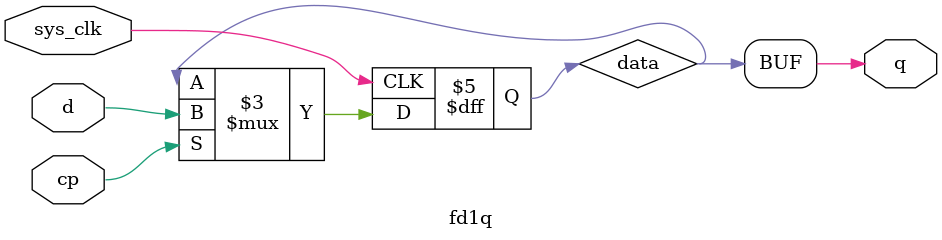
<source format=v>
`include "defs.v"

module fd1q
(
	output	q,
	input		d,
	input		cp,
	input		sys_clk
);

reg	data = 1'b0;

assign q = data;

// always @(posedge cp)
always @(posedge sys_clk)
begin
	if (cp) begin
		data <= d;
	end
end

endmodule

</source>
